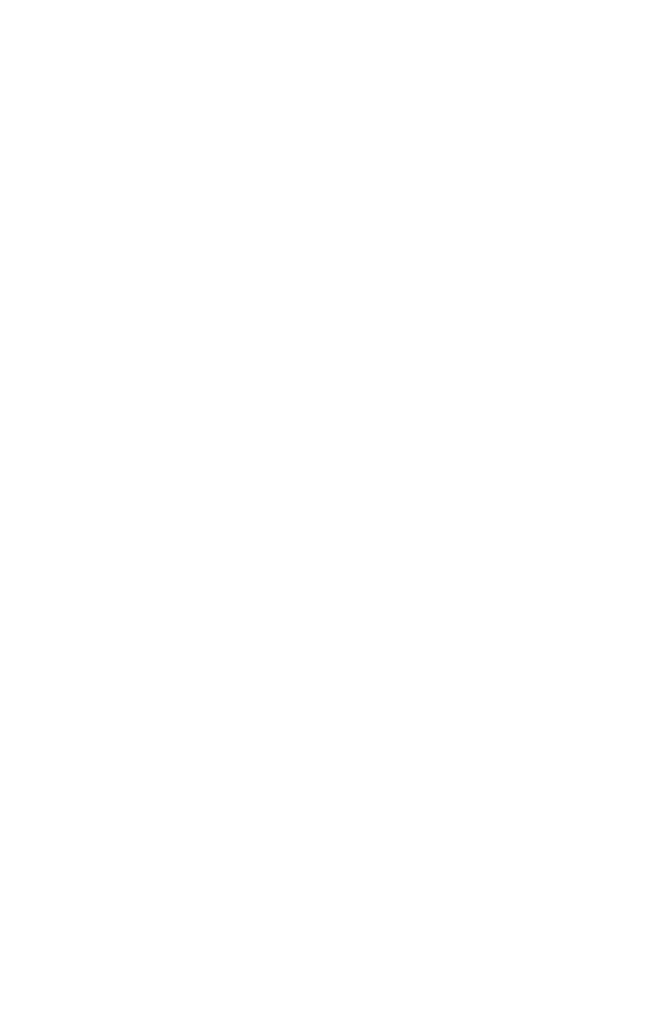
<source format=kicad_pcb>
(kicad_pcb (version 3) (host pcbnew "(2013-07-07 BZR 4022)-stable")
  (layers (15 F.Cu signal) (0 B.Cu signal) (18 B.Paste user) (19 F.Paste user) (20 B.SilkS user) (21 F.SilkS user) (22 B.Mask user) (23 F.Mask user) (28 Edge.Cuts user))
  (net 0 "")
)
</source>
